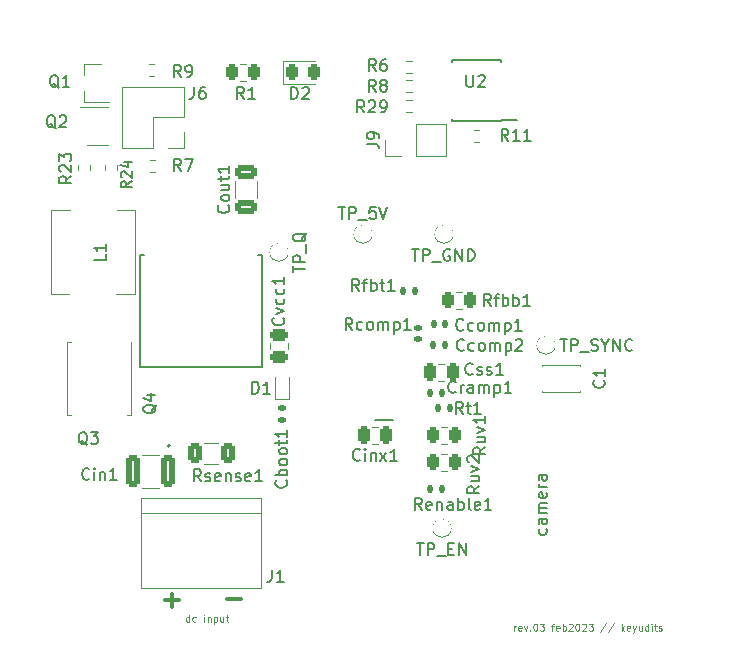
<source format=gto>
G04 #@! TF.GenerationSoftware,KiCad,Pcbnew,(6.0.9-0)*
G04 #@! TF.CreationDate,2023-02-01T16:38:20-05:00*
G04 #@! TF.ProjectId,LM5116-05,4c4d3531-3136-42d3-9035-2e6b69636164,rev?*
G04 #@! TF.SameCoordinates,Original*
G04 #@! TF.FileFunction,Legend,Top*
G04 #@! TF.FilePolarity,Positive*
%FSLAX46Y46*%
G04 Gerber Fmt 4.6, Leading zero omitted, Abs format (unit mm)*
G04 Created by KiCad (PCBNEW (6.0.9-0)) date 2023-02-01 16:38:20*
%MOMM*%
%LPD*%
G01*
G04 APERTURE LIST*
G04 Aperture macros list*
%AMRoundRect*
0 Rectangle with rounded corners*
0 $1 Rounding radius*
0 $2 $3 $4 $5 $6 $7 $8 $9 X,Y pos of 4 corners*
0 Add a 4 corners polygon primitive as box body*
4,1,4,$2,$3,$4,$5,$6,$7,$8,$9,$2,$3,0*
0 Add four circle primitives for the rounded corners*
1,1,$1+$1,$2,$3*
1,1,$1+$1,$4,$5*
1,1,$1+$1,$6,$7*
1,1,$1+$1,$8,$9*
0 Add four rect primitives between the rounded corners*
20,1,$1+$1,$2,$3,$4,$5,0*
20,1,$1+$1,$4,$5,$6,$7,0*
20,1,$1+$1,$6,$7,$8,$9,0*
20,1,$1+$1,$8,$9,$2,$3,0*%
%AMFreePoly0*
4,1,17,2.675000,1.605000,1.875000,1.605000,1.875000,0.935000,2.675000,0.935000,2.675000,0.335000,1.875000,0.335000,1.875000,-0.335000,2.675000,-0.335000,2.675000,-0.935000,1.875000,-0.935000,1.875000,-1.605000,2.675000,-1.605000,2.675000,-2.205000,-1.875000,-2.205000,-1.875000,2.205000,2.675000,2.205000,2.675000,1.605000,2.675000,1.605000,$1*%
G04 Aperture macros list end*
%ADD10C,0.090000*%
%ADD11C,0.300000*%
%ADD12C,0.150000*%
%ADD13C,0.130000*%
%ADD14C,0.254000*%
%ADD15C,0.120000*%
%ADD16C,0.200000*%
%ADD17C,0.127000*%
%ADD18C,3.000000*%
%ADD19R,0.845000X1.000000*%
%ADD20R,1.000000X0.845000*%
%ADD21R,1.060000X0.650000*%
%ADD22R,0.900000X0.800000*%
%ADD23R,1.550000X0.600000*%
%ADD24O,1.700000X1.700000*%
%ADD25R,1.700000X1.700000*%
%ADD26RoundRect,0.250000X-0.325000X-1.100000X0.325000X-1.100000X0.325000X1.100000X-0.325000X1.100000X0*%
%ADD27RoundRect,0.250000X0.475000X-0.250000X0.475000X0.250000X-0.475000X0.250000X-0.475000X-0.250000X0*%
%ADD28R,0.700000X0.600000*%
%ADD29RoundRect,0.243750X-0.243750X-0.456250X0.243750X-0.456250X0.243750X0.456250X-0.243750X0.456250X0*%
%ADD30R,3.000000X3.000000*%
%ADD31RoundRect,0.250000X-0.262500X-0.450000X0.262500X-0.450000X0.262500X0.450000X-0.262500X0.450000X0*%
%ADD32RoundRect,0.250000X0.375000X0.625000X-0.375000X0.625000X-0.375000X-0.625000X0.375000X-0.625000X0*%
%ADD33RoundRect,0.250000X0.250000X0.475000X-0.250000X0.475000X-0.250000X-0.475000X0.250000X-0.475000X0*%
%ADD34RoundRect,0.147500X-0.172500X0.147500X-0.172500X-0.147500X0.172500X-0.147500X0.172500X0.147500X0*%
%ADD35R,1.450000X0.450000*%
%ADD36R,3.150000X4.350000*%
%ADD37R,4.000000X2.000000*%
%ADD38RoundRect,0.147500X-0.147500X-0.172500X0.147500X-0.172500X0.147500X0.172500X-0.147500X0.172500X0*%
%ADD39RoundRect,0.250000X0.650000X-0.325000X0.650000X0.325000X-0.650000X0.325000X-0.650000X-0.325000X0*%
%ADD40RoundRect,0.147500X0.147500X0.172500X-0.147500X0.172500X-0.147500X-0.172500X0.147500X-0.172500X0*%
%ADD41RoundRect,0.250000X-0.250000X-0.475000X0.250000X-0.475000X0.250000X0.475000X-0.250000X0.475000X0*%
%ADD42RoundRect,0.147500X0.172500X-0.147500X0.172500X0.147500X-0.172500X0.147500X-0.172500X-0.147500X0*%
%ADD43O,2.500000X17.500000*%
%ADD44FreePoly0,270.000000*%
%ADD45R,0.500000X0.850000*%
%ADD46R,0.970000X4.070000*%
%ADD47R,8.770000X8.920000*%
%ADD48C,1.524000*%
%ADD49C,1.600000*%
G04 APERTURE END LIST*
D10*
X123311428Y-115841428D02*
X123311428Y-115441428D01*
X123311428Y-115555714D02*
X123340000Y-115498571D01*
X123368571Y-115470000D01*
X123425714Y-115441428D01*
X123482857Y-115441428D01*
X123911428Y-115812857D02*
X123854285Y-115841428D01*
X123740000Y-115841428D01*
X123682857Y-115812857D01*
X123654285Y-115755714D01*
X123654285Y-115527142D01*
X123682857Y-115470000D01*
X123740000Y-115441428D01*
X123854285Y-115441428D01*
X123911428Y-115470000D01*
X123940000Y-115527142D01*
X123940000Y-115584285D01*
X123654285Y-115641428D01*
X124140000Y-115441428D02*
X124282857Y-115841428D01*
X124425714Y-115441428D01*
X124654285Y-115784285D02*
X124682857Y-115812857D01*
X124654285Y-115841428D01*
X124625714Y-115812857D01*
X124654285Y-115784285D01*
X124654285Y-115841428D01*
X125054285Y-115241428D02*
X125111428Y-115241428D01*
X125168571Y-115270000D01*
X125197142Y-115298571D01*
X125225714Y-115355714D01*
X125254285Y-115470000D01*
X125254285Y-115612857D01*
X125225714Y-115727142D01*
X125197142Y-115784285D01*
X125168571Y-115812857D01*
X125111428Y-115841428D01*
X125054285Y-115841428D01*
X124997142Y-115812857D01*
X124968571Y-115784285D01*
X124940000Y-115727142D01*
X124911428Y-115612857D01*
X124911428Y-115470000D01*
X124940000Y-115355714D01*
X124968571Y-115298571D01*
X124997142Y-115270000D01*
X125054285Y-115241428D01*
X125454285Y-115241428D02*
X125825714Y-115241428D01*
X125625714Y-115470000D01*
X125711428Y-115470000D01*
X125768571Y-115498571D01*
X125797142Y-115527142D01*
X125825714Y-115584285D01*
X125825714Y-115727142D01*
X125797142Y-115784285D01*
X125768571Y-115812857D01*
X125711428Y-115841428D01*
X125540000Y-115841428D01*
X125482857Y-115812857D01*
X125454285Y-115784285D01*
X126454285Y-115441428D02*
X126682857Y-115441428D01*
X126540000Y-115841428D02*
X126540000Y-115327142D01*
X126568571Y-115270000D01*
X126625714Y-115241428D01*
X126682857Y-115241428D01*
X127111428Y-115812857D02*
X127054285Y-115841428D01*
X126940000Y-115841428D01*
X126882857Y-115812857D01*
X126854285Y-115755714D01*
X126854285Y-115527142D01*
X126882857Y-115470000D01*
X126940000Y-115441428D01*
X127054285Y-115441428D01*
X127111428Y-115470000D01*
X127140000Y-115527142D01*
X127140000Y-115584285D01*
X126854285Y-115641428D01*
X127397142Y-115841428D02*
X127397142Y-115241428D01*
X127397142Y-115470000D02*
X127454285Y-115441428D01*
X127568571Y-115441428D01*
X127625714Y-115470000D01*
X127654285Y-115498571D01*
X127682857Y-115555714D01*
X127682857Y-115727142D01*
X127654285Y-115784285D01*
X127625714Y-115812857D01*
X127568571Y-115841428D01*
X127454285Y-115841428D01*
X127397142Y-115812857D01*
X127911428Y-115298571D02*
X127940000Y-115270000D01*
X127997142Y-115241428D01*
X128140000Y-115241428D01*
X128197142Y-115270000D01*
X128225714Y-115298571D01*
X128254285Y-115355714D01*
X128254285Y-115412857D01*
X128225714Y-115498571D01*
X127882857Y-115841428D01*
X128254285Y-115841428D01*
X128625714Y-115241428D02*
X128682857Y-115241428D01*
X128740000Y-115270000D01*
X128768571Y-115298571D01*
X128797142Y-115355714D01*
X128825714Y-115470000D01*
X128825714Y-115612857D01*
X128797142Y-115727142D01*
X128768571Y-115784285D01*
X128740000Y-115812857D01*
X128682857Y-115841428D01*
X128625714Y-115841428D01*
X128568571Y-115812857D01*
X128540000Y-115784285D01*
X128511428Y-115727142D01*
X128482857Y-115612857D01*
X128482857Y-115470000D01*
X128511428Y-115355714D01*
X128540000Y-115298571D01*
X128568571Y-115270000D01*
X128625714Y-115241428D01*
X129054285Y-115298571D02*
X129082857Y-115270000D01*
X129140000Y-115241428D01*
X129282857Y-115241428D01*
X129340000Y-115270000D01*
X129368571Y-115298571D01*
X129397142Y-115355714D01*
X129397142Y-115412857D01*
X129368571Y-115498571D01*
X129025714Y-115841428D01*
X129397142Y-115841428D01*
X129597142Y-115241428D02*
X129968571Y-115241428D01*
X129768571Y-115470000D01*
X129854285Y-115470000D01*
X129911428Y-115498571D01*
X129940000Y-115527142D01*
X129968571Y-115584285D01*
X129968571Y-115727142D01*
X129940000Y-115784285D01*
X129911428Y-115812857D01*
X129854285Y-115841428D01*
X129682857Y-115841428D01*
X129625714Y-115812857D01*
X129597142Y-115784285D01*
X131111428Y-115212857D02*
X130597142Y-115984285D01*
X131740000Y-115212857D02*
X131225714Y-115984285D01*
X132397142Y-115841428D02*
X132397142Y-115241428D01*
X132454285Y-115612857D02*
X132625714Y-115841428D01*
X132625714Y-115441428D02*
X132397142Y-115670000D01*
X133111428Y-115812857D02*
X133054285Y-115841428D01*
X132940000Y-115841428D01*
X132882857Y-115812857D01*
X132854285Y-115755714D01*
X132854285Y-115527142D01*
X132882857Y-115470000D01*
X132940000Y-115441428D01*
X133054285Y-115441428D01*
X133111428Y-115470000D01*
X133140000Y-115527142D01*
X133140000Y-115584285D01*
X132854285Y-115641428D01*
X133340000Y-115441428D02*
X133482857Y-115841428D01*
X133625714Y-115441428D02*
X133482857Y-115841428D01*
X133425714Y-115984285D01*
X133397142Y-116012857D01*
X133340000Y-116041428D01*
X134111428Y-115441428D02*
X134111428Y-115841428D01*
X133854285Y-115441428D02*
X133854285Y-115755714D01*
X133882857Y-115812857D01*
X133940000Y-115841428D01*
X134025714Y-115841428D01*
X134082857Y-115812857D01*
X134111428Y-115784285D01*
X134654285Y-115841428D02*
X134654285Y-115241428D01*
X134654285Y-115812857D02*
X134597142Y-115841428D01*
X134482857Y-115841428D01*
X134425714Y-115812857D01*
X134397142Y-115784285D01*
X134368571Y-115727142D01*
X134368571Y-115555714D01*
X134397142Y-115498571D01*
X134425714Y-115470000D01*
X134482857Y-115441428D01*
X134597142Y-115441428D01*
X134654285Y-115470000D01*
X134940000Y-115841428D02*
X134940000Y-115441428D01*
X134940000Y-115241428D02*
X134911428Y-115270000D01*
X134940000Y-115298571D01*
X134968571Y-115270000D01*
X134940000Y-115241428D01*
X134940000Y-115298571D01*
X135140000Y-115441428D02*
X135368571Y-115441428D01*
X135225714Y-115241428D02*
X135225714Y-115755714D01*
X135254285Y-115812857D01*
X135311428Y-115841428D01*
X135368571Y-115841428D01*
X135540000Y-115812857D02*
X135597142Y-115841428D01*
X135711428Y-115841428D01*
X135768571Y-115812857D01*
X135797142Y-115755714D01*
X135797142Y-115727142D01*
X135768571Y-115670000D01*
X135711428Y-115641428D01*
X135625714Y-115641428D01*
X135568571Y-115612857D01*
X135540000Y-115555714D01*
X135540000Y-115527142D01*
X135568571Y-115470000D01*
X135625714Y-115441428D01*
X135711428Y-115441428D01*
X135768571Y-115470000D01*
D11*
X94341142Y-113855428D02*
X94341142Y-112712571D01*
X94912571Y-113284000D02*
X93769714Y-113284000D01*
D10*
X95796285Y-115079428D02*
X95796285Y-114479428D01*
X95796285Y-115050857D02*
X95739142Y-115079428D01*
X95624857Y-115079428D01*
X95567714Y-115050857D01*
X95539142Y-115022285D01*
X95510571Y-114965142D01*
X95510571Y-114793714D01*
X95539142Y-114736571D01*
X95567714Y-114708000D01*
X95624857Y-114679428D01*
X95739142Y-114679428D01*
X95796285Y-114708000D01*
X96339142Y-115050857D02*
X96282000Y-115079428D01*
X96167714Y-115079428D01*
X96110571Y-115050857D01*
X96082000Y-115022285D01*
X96053428Y-114965142D01*
X96053428Y-114793714D01*
X96082000Y-114736571D01*
X96110571Y-114708000D01*
X96167714Y-114679428D01*
X96282000Y-114679428D01*
X96339142Y-114708000D01*
X97053428Y-115079428D02*
X97053428Y-114679428D01*
X97053428Y-114479428D02*
X97024857Y-114508000D01*
X97053428Y-114536571D01*
X97082000Y-114508000D01*
X97053428Y-114479428D01*
X97053428Y-114536571D01*
X97339142Y-114679428D02*
X97339142Y-115079428D01*
X97339142Y-114736571D02*
X97367714Y-114708000D01*
X97424857Y-114679428D01*
X97510571Y-114679428D01*
X97567714Y-114708000D01*
X97596285Y-114765142D01*
X97596285Y-115079428D01*
X97882000Y-114679428D02*
X97882000Y-115279428D01*
X97882000Y-114708000D02*
X97939142Y-114679428D01*
X98053428Y-114679428D01*
X98110571Y-114708000D01*
X98139142Y-114736571D01*
X98167714Y-114793714D01*
X98167714Y-114965142D01*
X98139142Y-115022285D01*
X98110571Y-115050857D01*
X98053428Y-115079428D01*
X97939142Y-115079428D01*
X97882000Y-115050857D01*
X98682000Y-114679428D02*
X98682000Y-115079428D01*
X98424857Y-114679428D02*
X98424857Y-114993714D01*
X98453428Y-115050857D01*
X98510571Y-115079428D01*
X98596285Y-115079428D01*
X98653428Y-115050857D01*
X98682000Y-115022285D01*
X98882000Y-114679428D02*
X99110571Y-114679428D01*
X98967714Y-114479428D02*
X98967714Y-114993714D01*
X98996285Y-115050857D01*
X99053428Y-115079428D01*
X99110571Y-115079428D01*
D11*
X100139428Y-113176857D02*
X98996571Y-113176857D01*
D12*
X81338095Y-64852380D02*
X81338095Y-63852380D01*
X81338095Y-64328571D02*
X81909523Y-64328571D01*
X81909523Y-64852380D02*
X81909523Y-63852380D01*
X82909523Y-64852380D02*
X82338095Y-64852380D01*
X82623809Y-64852380D02*
X82623809Y-63852380D01*
X82528571Y-63995238D01*
X82433333Y-64090476D01*
X82338095Y-64138095D01*
X139338095Y-64872380D02*
X139338095Y-63872380D01*
X139338095Y-64348571D02*
X139909523Y-64348571D01*
X139909523Y-64872380D02*
X139909523Y-63872380D01*
X140338095Y-63967619D02*
X140385714Y-63920000D01*
X140480952Y-63872380D01*
X140719047Y-63872380D01*
X140814285Y-63920000D01*
X140861904Y-63967619D01*
X140909523Y-64062857D01*
X140909523Y-64158095D01*
X140861904Y-64300952D01*
X140290476Y-64872380D01*
X140909523Y-64872380D01*
X81338095Y-113862380D02*
X81338095Y-112862380D01*
X81338095Y-113338571D02*
X81909523Y-113338571D01*
X81909523Y-113862380D02*
X81909523Y-112862380D01*
X82290476Y-112862380D02*
X82909523Y-112862380D01*
X82576190Y-113243333D01*
X82719047Y-113243333D01*
X82814285Y-113290952D01*
X82861904Y-113338571D01*
X82909523Y-113433809D01*
X82909523Y-113671904D01*
X82861904Y-113767142D01*
X82814285Y-113814761D01*
X82719047Y-113862380D01*
X82433333Y-113862380D01*
X82338095Y-113814761D01*
X82290476Y-113767142D01*
X139328095Y-113852380D02*
X139328095Y-112852380D01*
X139328095Y-113328571D02*
X139899523Y-113328571D01*
X139899523Y-113852380D02*
X139899523Y-112852380D01*
X140804285Y-113185714D02*
X140804285Y-113852380D01*
X140566190Y-112804761D02*
X140328095Y-113519047D01*
X140947142Y-113519047D01*
X95083333Y-68952380D02*
X94750000Y-68476190D01*
X94511904Y-68952380D02*
X94511904Y-67952380D01*
X94892857Y-67952380D01*
X94988095Y-68000000D01*
X95035714Y-68047619D01*
X95083333Y-68142857D01*
X95083333Y-68285714D01*
X95035714Y-68380952D01*
X94988095Y-68428571D01*
X94892857Y-68476190D01*
X94511904Y-68476190D01*
X95559523Y-68952380D02*
X95750000Y-68952380D01*
X95845238Y-68904761D01*
X95892857Y-68857142D01*
X95988095Y-68714285D01*
X96035714Y-68523809D01*
X96035714Y-68142857D01*
X95988095Y-68047619D01*
X95940476Y-68000000D01*
X95845238Y-67952380D01*
X95654761Y-67952380D01*
X95559523Y-68000000D01*
X95511904Y-68047619D01*
X95464285Y-68142857D01*
X95464285Y-68380952D01*
X95511904Y-68476190D01*
X95559523Y-68523809D01*
X95654761Y-68571428D01*
X95845238Y-68571428D01*
X95940476Y-68523809D01*
X95988095Y-68476190D01*
X96035714Y-68380952D01*
X95083333Y-76906380D02*
X94750000Y-76430190D01*
X94511904Y-76906380D02*
X94511904Y-75906380D01*
X94892857Y-75906380D01*
X94988095Y-75954000D01*
X95035714Y-76001619D01*
X95083333Y-76096857D01*
X95083333Y-76239714D01*
X95035714Y-76334952D01*
X94988095Y-76382571D01*
X94892857Y-76430190D01*
X94511904Y-76430190D01*
X95416666Y-75906380D02*
X96083333Y-75906380D01*
X95654761Y-76906380D01*
X122801142Y-74366380D02*
X122467809Y-73890190D01*
X122229714Y-74366380D02*
X122229714Y-73366380D01*
X122610666Y-73366380D01*
X122705904Y-73414000D01*
X122753523Y-73461619D01*
X122801142Y-73556857D01*
X122801142Y-73699714D01*
X122753523Y-73794952D01*
X122705904Y-73842571D01*
X122610666Y-73890190D01*
X122229714Y-73890190D01*
X123753523Y-74366380D02*
X123182095Y-74366380D01*
X123467809Y-74366380D02*
X123467809Y-73366380D01*
X123372571Y-73509238D01*
X123277333Y-73604476D01*
X123182095Y-73652095D01*
X124705904Y-74366380D02*
X124134476Y-74366380D01*
X124420190Y-74366380D02*
X124420190Y-73366380D01*
X124324952Y-73509238D01*
X124229714Y-73604476D01*
X124134476Y-73652095D01*
X85796380Y-77350857D02*
X85320190Y-77684190D01*
X85796380Y-77922285D02*
X84796380Y-77922285D01*
X84796380Y-77541333D01*
X84844000Y-77446095D01*
X84891619Y-77398476D01*
X84986857Y-77350857D01*
X85129714Y-77350857D01*
X85224952Y-77398476D01*
X85272571Y-77446095D01*
X85320190Y-77541333D01*
X85320190Y-77922285D01*
X84891619Y-76969904D02*
X84844000Y-76922285D01*
X84796380Y-76827047D01*
X84796380Y-76588952D01*
X84844000Y-76493714D01*
X84891619Y-76446095D01*
X84986857Y-76398476D01*
X85082095Y-76398476D01*
X85224952Y-76446095D01*
X85796380Y-77017523D01*
X85796380Y-76398476D01*
X84796380Y-76065142D02*
X84796380Y-75446095D01*
X85177333Y-75779428D01*
X85177333Y-75636571D01*
X85224952Y-75541333D01*
X85272571Y-75493714D01*
X85367809Y-75446095D01*
X85605904Y-75446095D01*
X85701142Y-75493714D01*
X85748761Y-75541333D01*
X85796380Y-75636571D01*
X85796380Y-75922285D01*
X85748761Y-76017523D01*
X85701142Y-76065142D01*
D13*
X90907142Y-77794571D02*
X90478571Y-78094571D01*
X90907142Y-78308857D02*
X90007142Y-78308857D01*
X90007142Y-77966000D01*
X90050000Y-77880285D01*
X90092857Y-77837428D01*
X90178571Y-77794571D01*
X90307142Y-77794571D01*
X90392857Y-77837428D01*
X90435714Y-77880285D01*
X90478571Y-77966000D01*
X90478571Y-78308857D01*
X90092857Y-77451714D02*
X90050000Y-77408857D01*
X90007142Y-77323142D01*
X90007142Y-77108857D01*
X90050000Y-77023142D01*
X90092857Y-76980285D01*
X90178571Y-76937428D01*
X90264285Y-76937428D01*
X90392857Y-76980285D01*
X90907142Y-77494571D01*
X90907142Y-76937428D01*
X90307142Y-76166000D02*
X90907142Y-76166000D01*
X89964285Y-76380285D02*
X90607142Y-76594571D01*
X90607142Y-76037428D01*
D12*
X110607142Y-71952380D02*
X110273809Y-71476190D01*
X110035714Y-71952380D02*
X110035714Y-70952380D01*
X110416666Y-70952380D01*
X110511904Y-71000000D01*
X110559523Y-71047619D01*
X110607142Y-71142857D01*
X110607142Y-71285714D01*
X110559523Y-71380952D01*
X110511904Y-71428571D01*
X110416666Y-71476190D01*
X110035714Y-71476190D01*
X110988095Y-71047619D02*
X111035714Y-71000000D01*
X111130952Y-70952380D01*
X111369047Y-70952380D01*
X111464285Y-71000000D01*
X111511904Y-71047619D01*
X111559523Y-71142857D01*
X111559523Y-71238095D01*
X111511904Y-71380952D01*
X110940476Y-71952380D01*
X111559523Y-71952380D01*
X112035714Y-71952380D02*
X112226190Y-71952380D01*
X112321428Y-71904761D01*
X112369047Y-71857142D01*
X112464285Y-71714285D01*
X112511904Y-71523809D01*
X112511904Y-71142857D01*
X112464285Y-71047619D01*
X112416666Y-71000000D01*
X112321428Y-70952380D01*
X112130952Y-70952380D01*
X112035714Y-71000000D01*
X111988095Y-71047619D01*
X111940476Y-71142857D01*
X111940476Y-71380952D01*
X111988095Y-71476190D01*
X112035714Y-71523809D01*
X112130952Y-71571428D01*
X112321428Y-71571428D01*
X112416666Y-71523809D01*
X112464285Y-71476190D01*
X112511904Y-71380952D01*
X111583333Y-70202380D02*
X111250000Y-69726190D01*
X111011904Y-70202380D02*
X111011904Y-69202380D01*
X111392857Y-69202380D01*
X111488095Y-69250000D01*
X111535714Y-69297619D01*
X111583333Y-69392857D01*
X111583333Y-69535714D01*
X111535714Y-69630952D01*
X111488095Y-69678571D01*
X111392857Y-69726190D01*
X111011904Y-69726190D01*
X112154761Y-69630952D02*
X112059523Y-69583333D01*
X112011904Y-69535714D01*
X111964285Y-69440476D01*
X111964285Y-69392857D01*
X112011904Y-69297619D01*
X112059523Y-69250000D01*
X112154761Y-69202380D01*
X112345238Y-69202380D01*
X112440476Y-69250000D01*
X112488095Y-69297619D01*
X112535714Y-69392857D01*
X112535714Y-69440476D01*
X112488095Y-69535714D01*
X112440476Y-69583333D01*
X112345238Y-69630952D01*
X112154761Y-69630952D01*
X112059523Y-69678571D01*
X112011904Y-69726190D01*
X111964285Y-69821428D01*
X111964285Y-70011904D01*
X112011904Y-70107142D01*
X112059523Y-70154761D01*
X112154761Y-70202380D01*
X112345238Y-70202380D01*
X112440476Y-70154761D01*
X112488095Y-70107142D01*
X112535714Y-70011904D01*
X112535714Y-69821428D01*
X112488095Y-69726190D01*
X112440476Y-69678571D01*
X112345238Y-69630952D01*
X84486761Y-73318619D02*
X84391523Y-73271000D01*
X84296285Y-73175761D01*
X84153428Y-73032904D01*
X84058190Y-72985285D01*
X83962952Y-72985285D01*
X84010571Y-73223380D02*
X83915333Y-73175761D01*
X83820095Y-73080523D01*
X83772476Y-72890047D01*
X83772476Y-72556714D01*
X83820095Y-72366238D01*
X83915333Y-72271000D01*
X84010571Y-72223380D01*
X84201047Y-72223380D01*
X84296285Y-72271000D01*
X84391523Y-72366238D01*
X84439142Y-72556714D01*
X84439142Y-72890047D01*
X84391523Y-73080523D01*
X84296285Y-73175761D01*
X84201047Y-73223380D01*
X84010571Y-73223380D01*
X84820095Y-72318619D02*
X84867714Y-72271000D01*
X84962952Y-72223380D01*
X85201047Y-72223380D01*
X85296285Y-72271000D01*
X85343904Y-72318619D01*
X85391523Y-72413857D01*
X85391523Y-72509095D01*
X85343904Y-72651952D01*
X84772476Y-73223380D01*
X85391523Y-73223380D01*
X84740761Y-69889619D02*
X84645523Y-69842000D01*
X84550285Y-69746761D01*
X84407428Y-69603904D01*
X84312190Y-69556285D01*
X84216952Y-69556285D01*
X84264571Y-69794380D02*
X84169333Y-69746761D01*
X84074095Y-69651523D01*
X84026476Y-69461047D01*
X84026476Y-69127714D01*
X84074095Y-68937238D01*
X84169333Y-68842000D01*
X84264571Y-68794380D01*
X84455047Y-68794380D01*
X84550285Y-68842000D01*
X84645523Y-68937238D01*
X84693142Y-69127714D01*
X84693142Y-69461047D01*
X84645523Y-69651523D01*
X84550285Y-69746761D01*
X84455047Y-69794380D01*
X84264571Y-69794380D01*
X85645523Y-69794380D02*
X85074095Y-69794380D01*
X85359809Y-69794380D02*
X85359809Y-68794380D01*
X85264571Y-68937238D01*
X85169333Y-69032476D01*
X85074095Y-69080095D01*
X119253095Y-68794380D02*
X119253095Y-69603904D01*
X119300714Y-69699142D01*
X119348333Y-69746761D01*
X119443571Y-69794380D01*
X119634047Y-69794380D01*
X119729285Y-69746761D01*
X119776904Y-69699142D01*
X119824523Y-69603904D01*
X119824523Y-68794380D01*
X120253095Y-68889619D02*
X120300714Y-68842000D01*
X120395952Y-68794380D01*
X120634047Y-68794380D01*
X120729285Y-68842000D01*
X120776904Y-68889619D01*
X120824523Y-68984857D01*
X120824523Y-69080095D01*
X120776904Y-69222952D01*
X120205476Y-69794380D01*
X120824523Y-69794380D01*
X96186666Y-69810380D02*
X96186666Y-70524666D01*
X96139047Y-70667523D01*
X96043809Y-70762761D01*
X95900952Y-70810380D01*
X95805714Y-70810380D01*
X97091428Y-69810380D02*
X96900952Y-69810380D01*
X96805714Y-69858000D01*
X96758095Y-69905619D01*
X96662857Y-70048476D01*
X96615238Y-70238952D01*
X96615238Y-70619904D01*
X96662857Y-70715142D01*
X96710476Y-70762761D01*
X96805714Y-70810380D01*
X96996190Y-70810380D01*
X97091428Y-70762761D01*
X97139047Y-70715142D01*
X97186666Y-70619904D01*
X97186666Y-70381809D01*
X97139047Y-70286571D01*
X97091428Y-70238952D01*
X96996190Y-70191333D01*
X96805714Y-70191333D01*
X96710476Y-70238952D01*
X96662857Y-70286571D01*
X96615238Y-70381809D01*
X111583333Y-68452380D02*
X111250000Y-67976190D01*
X111011904Y-68452380D02*
X111011904Y-67452380D01*
X111392857Y-67452380D01*
X111488095Y-67500000D01*
X111535714Y-67547619D01*
X111583333Y-67642857D01*
X111583333Y-67785714D01*
X111535714Y-67880952D01*
X111488095Y-67928571D01*
X111392857Y-67976190D01*
X111011904Y-67976190D01*
X112440476Y-67452380D02*
X112250000Y-67452380D01*
X112154761Y-67500000D01*
X112107142Y-67547619D01*
X112011904Y-67690476D01*
X111964285Y-67880952D01*
X111964285Y-68261904D01*
X112011904Y-68357142D01*
X112059523Y-68404761D01*
X112154761Y-68452380D01*
X112345238Y-68452380D01*
X112440476Y-68404761D01*
X112488095Y-68357142D01*
X112535714Y-68261904D01*
X112535714Y-68023809D01*
X112488095Y-67928571D01*
X112440476Y-67880952D01*
X112345238Y-67833333D01*
X112154761Y-67833333D01*
X112059523Y-67880952D01*
X112011904Y-67928571D01*
X111964285Y-68023809D01*
X87329857Y-102973142D02*
X87282238Y-103020761D01*
X87139380Y-103068380D01*
X87044142Y-103068380D01*
X86901285Y-103020761D01*
X86806047Y-102925523D01*
X86758428Y-102830285D01*
X86710809Y-102639809D01*
X86710809Y-102496952D01*
X86758428Y-102306476D01*
X86806047Y-102211238D01*
X86901285Y-102116000D01*
X87044142Y-102068380D01*
X87139380Y-102068380D01*
X87282238Y-102116000D01*
X87329857Y-102163619D01*
X87758428Y-103068380D02*
X87758428Y-102401714D01*
X87758428Y-102068380D02*
X87710809Y-102116000D01*
X87758428Y-102163619D01*
X87806047Y-102116000D01*
X87758428Y-102068380D01*
X87758428Y-102163619D01*
X88234619Y-102401714D02*
X88234619Y-103068380D01*
X88234619Y-102496952D02*
X88282238Y-102449333D01*
X88377476Y-102401714D01*
X88520333Y-102401714D01*
X88615571Y-102449333D01*
X88663190Y-102544571D01*
X88663190Y-103068380D01*
X89663190Y-103068380D02*
X89091761Y-103068380D01*
X89377476Y-103068380D02*
X89377476Y-102068380D01*
X89282238Y-102211238D01*
X89187000Y-102306476D01*
X89091761Y-102354095D01*
X103735142Y-89354761D02*
X103782761Y-89402380D01*
X103830380Y-89545238D01*
X103830380Y-89640476D01*
X103782761Y-89783333D01*
X103687523Y-89878571D01*
X103592285Y-89926190D01*
X103401809Y-89973809D01*
X103258952Y-89973809D01*
X103068476Y-89926190D01*
X102973238Y-89878571D01*
X102878000Y-89783333D01*
X102830380Y-89640476D01*
X102830380Y-89545238D01*
X102878000Y-89402380D01*
X102925619Y-89354761D01*
X103163714Y-89021428D02*
X103830380Y-88783333D01*
X103163714Y-88545238D01*
X103782761Y-87735714D02*
X103830380Y-87830952D01*
X103830380Y-88021428D01*
X103782761Y-88116666D01*
X103735142Y-88164285D01*
X103639904Y-88211904D01*
X103354190Y-88211904D01*
X103258952Y-88164285D01*
X103211333Y-88116666D01*
X103163714Y-88021428D01*
X103163714Y-87830952D01*
X103211333Y-87735714D01*
X103782761Y-86878571D02*
X103830380Y-86973809D01*
X103830380Y-87164285D01*
X103782761Y-87259523D01*
X103735142Y-87307142D01*
X103639904Y-87354761D01*
X103354190Y-87354761D01*
X103258952Y-87307142D01*
X103211333Y-87259523D01*
X103163714Y-87164285D01*
X103163714Y-86973809D01*
X103211333Y-86878571D01*
X103830380Y-85926190D02*
X103830380Y-86497619D01*
X103830380Y-86211904D02*
X102830380Y-86211904D01*
X102973238Y-86307142D01*
X103068476Y-86402380D01*
X103116095Y-86497619D01*
X101115904Y-95764380D02*
X101115904Y-94764380D01*
X101354000Y-94764380D01*
X101496857Y-94812000D01*
X101592095Y-94907238D01*
X101639714Y-95002476D01*
X101687333Y-95192952D01*
X101687333Y-95335809D01*
X101639714Y-95526285D01*
X101592095Y-95621523D01*
X101496857Y-95716761D01*
X101354000Y-95764380D01*
X101115904Y-95764380D01*
X102639714Y-95764380D02*
X102068285Y-95764380D01*
X102354000Y-95764380D02*
X102354000Y-94764380D01*
X102258761Y-94907238D01*
X102163523Y-95002476D01*
X102068285Y-95050095D01*
X104417904Y-70810380D02*
X104417904Y-69810380D01*
X104656000Y-69810380D01*
X104798857Y-69858000D01*
X104894095Y-69953238D01*
X104941714Y-70048476D01*
X104989333Y-70238952D01*
X104989333Y-70381809D01*
X104941714Y-70572285D01*
X104894095Y-70667523D01*
X104798857Y-70762761D01*
X104656000Y-70810380D01*
X104417904Y-70810380D01*
X105370285Y-69905619D02*
X105417904Y-69858000D01*
X105513142Y-69810380D01*
X105751238Y-69810380D01*
X105846476Y-69858000D01*
X105894095Y-69905619D01*
X105941714Y-70000857D01*
X105941714Y-70096095D01*
X105894095Y-70238952D01*
X105322666Y-70810380D01*
X105941714Y-70810380D01*
X102790666Y-110704380D02*
X102790666Y-111418666D01*
X102743047Y-111561523D01*
X102647809Y-111656761D01*
X102504952Y-111704380D01*
X102409714Y-111704380D01*
X103790666Y-111704380D02*
X103219238Y-111704380D01*
X103504952Y-111704380D02*
X103504952Y-110704380D01*
X103409714Y-110847238D01*
X103314476Y-110942476D01*
X103219238Y-110990095D01*
X100417333Y-70810380D02*
X100084000Y-70334190D01*
X99845904Y-70810380D02*
X99845904Y-69810380D01*
X100226857Y-69810380D01*
X100322095Y-69858000D01*
X100369714Y-69905619D01*
X100417333Y-70000857D01*
X100417333Y-70143714D01*
X100369714Y-70238952D01*
X100322095Y-70286571D01*
X100226857Y-70334190D01*
X99845904Y-70334190D01*
X101369714Y-70810380D02*
X100798285Y-70810380D01*
X101084000Y-70810380D02*
X101084000Y-69810380D01*
X100988761Y-69953238D01*
X100893523Y-70048476D01*
X100798285Y-70096095D01*
X96774285Y-103195380D02*
X96440952Y-102719190D01*
X96202857Y-103195380D02*
X96202857Y-102195380D01*
X96583809Y-102195380D01*
X96679047Y-102243000D01*
X96726666Y-102290619D01*
X96774285Y-102385857D01*
X96774285Y-102528714D01*
X96726666Y-102623952D01*
X96679047Y-102671571D01*
X96583809Y-102719190D01*
X96202857Y-102719190D01*
X97155238Y-103147761D02*
X97250476Y-103195380D01*
X97440952Y-103195380D01*
X97536190Y-103147761D01*
X97583809Y-103052523D01*
X97583809Y-103004904D01*
X97536190Y-102909666D01*
X97440952Y-102862047D01*
X97298095Y-102862047D01*
X97202857Y-102814428D01*
X97155238Y-102719190D01*
X97155238Y-102671571D01*
X97202857Y-102576333D01*
X97298095Y-102528714D01*
X97440952Y-102528714D01*
X97536190Y-102576333D01*
X98393333Y-103147761D02*
X98298095Y-103195380D01*
X98107619Y-103195380D01*
X98012380Y-103147761D01*
X97964761Y-103052523D01*
X97964761Y-102671571D01*
X98012380Y-102576333D01*
X98107619Y-102528714D01*
X98298095Y-102528714D01*
X98393333Y-102576333D01*
X98440952Y-102671571D01*
X98440952Y-102766809D01*
X97964761Y-102862047D01*
X98869523Y-102528714D02*
X98869523Y-103195380D01*
X98869523Y-102623952D02*
X98917142Y-102576333D01*
X99012380Y-102528714D01*
X99155238Y-102528714D01*
X99250476Y-102576333D01*
X99298095Y-102671571D01*
X99298095Y-103195380D01*
X99726666Y-103147761D02*
X99821904Y-103195380D01*
X100012380Y-103195380D01*
X100107619Y-103147761D01*
X100155238Y-103052523D01*
X100155238Y-103004904D01*
X100107619Y-102909666D01*
X100012380Y-102862047D01*
X99869523Y-102862047D01*
X99774285Y-102814428D01*
X99726666Y-102719190D01*
X99726666Y-102671571D01*
X99774285Y-102576333D01*
X99869523Y-102528714D01*
X100012380Y-102528714D01*
X100107619Y-102576333D01*
X100964761Y-103147761D02*
X100869523Y-103195380D01*
X100679047Y-103195380D01*
X100583809Y-103147761D01*
X100536190Y-103052523D01*
X100536190Y-102671571D01*
X100583809Y-102576333D01*
X100679047Y-102528714D01*
X100869523Y-102528714D01*
X100964761Y-102576333D01*
X101012380Y-102671571D01*
X101012380Y-102766809D01*
X100536190Y-102862047D01*
X101964761Y-103195380D02*
X101393333Y-103195380D01*
X101679047Y-103195380D02*
X101679047Y-102195380D01*
X101583809Y-102338238D01*
X101488571Y-102433476D01*
X101393333Y-102481095D01*
X120848380Y-100314000D02*
X120372190Y-100647333D01*
X120848380Y-100885428D02*
X119848380Y-100885428D01*
X119848380Y-100504476D01*
X119896000Y-100409238D01*
X119943619Y-100361619D01*
X120038857Y-100314000D01*
X120181714Y-100314000D01*
X120276952Y-100361619D01*
X120324571Y-100409238D01*
X120372190Y-100504476D01*
X120372190Y-100885428D01*
X120181714Y-99456857D02*
X120848380Y-99456857D01*
X120181714Y-99885428D02*
X120705523Y-99885428D01*
X120800761Y-99837809D01*
X120848380Y-99742571D01*
X120848380Y-99599714D01*
X120800761Y-99504476D01*
X120753142Y-99456857D01*
X120181714Y-99075904D02*
X120848380Y-98837809D01*
X120181714Y-98599714D01*
X120848380Y-97694952D02*
X120848380Y-98266380D01*
X120848380Y-97980666D02*
X119848380Y-97980666D01*
X119991238Y-98075904D01*
X120086476Y-98171142D01*
X120134095Y-98266380D01*
X120340380Y-103616000D02*
X119864190Y-103949333D01*
X120340380Y-104187428D02*
X119340380Y-104187428D01*
X119340380Y-103806476D01*
X119388000Y-103711238D01*
X119435619Y-103663619D01*
X119530857Y-103616000D01*
X119673714Y-103616000D01*
X119768952Y-103663619D01*
X119816571Y-103711238D01*
X119864190Y-103806476D01*
X119864190Y-104187428D01*
X119673714Y-102758857D02*
X120340380Y-102758857D01*
X119673714Y-103187428D02*
X120197523Y-103187428D01*
X120292761Y-103139809D01*
X120340380Y-103044571D01*
X120340380Y-102901714D01*
X120292761Y-102806476D01*
X120245142Y-102758857D01*
X119673714Y-102377904D02*
X120340380Y-102139809D01*
X119673714Y-101901714D01*
X119435619Y-101568380D02*
X119388000Y-101520761D01*
X119340380Y-101425523D01*
X119340380Y-101187428D01*
X119388000Y-101092190D01*
X119435619Y-101044571D01*
X119530857Y-100996952D01*
X119626095Y-100996952D01*
X119768952Y-101044571D01*
X120340380Y-101616000D01*
X120340380Y-100996952D01*
X110244095Y-101351142D02*
X110196476Y-101398761D01*
X110053619Y-101446380D01*
X109958380Y-101446380D01*
X109815523Y-101398761D01*
X109720285Y-101303523D01*
X109672666Y-101208285D01*
X109625047Y-101017809D01*
X109625047Y-100874952D01*
X109672666Y-100684476D01*
X109720285Y-100589238D01*
X109815523Y-100494000D01*
X109958380Y-100446380D01*
X110053619Y-100446380D01*
X110196476Y-100494000D01*
X110244095Y-100541619D01*
X110672666Y-101446380D02*
X110672666Y-100779714D01*
X110672666Y-100446380D02*
X110625047Y-100494000D01*
X110672666Y-100541619D01*
X110720285Y-100494000D01*
X110672666Y-100446380D01*
X110672666Y-100541619D01*
X111148857Y-100779714D02*
X111148857Y-101446380D01*
X111148857Y-100874952D02*
X111196476Y-100827333D01*
X111291714Y-100779714D01*
X111434571Y-100779714D01*
X111529809Y-100827333D01*
X111577428Y-100922571D01*
X111577428Y-101446380D01*
X111958380Y-101446380D02*
X112482190Y-100779714D01*
X111958380Y-100779714D02*
X112482190Y-101446380D01*
X113386952Y-101446380D02*
X112815523Y-101446380D01*
X113101238Y-101446380D02*
X113101238Y-100446380D01*
X113006000Y-100589238D01*
X112910761Y-100684476D01*
X112815523Y-100732095D01*
X103989142Y-103109523D02*
X104036761Y-103157142D01*
X104084380Y-103300000D01*
X104084380Y-103395238D01*
X104036761Y-103538095D01*
X103941523Y-103633333D01*
X103846285Y-103680952D01*
X103655809Y-103728571D01*
X103512952Y-103728571D01*
X103322476Y-103680952D01*
X103227238Y-103633333D01*
X103132000Y-103538095D01*
X103084380Y-103395238D01*
X103084380Y-103300000D01*
X103132000Y-103157142D01*
X103179619Y-103109523D01*
X104084380Y-102680952D02*
X103084380Y-102680952D01*
X103465333Y-102680952D02*
X103417714Y-102585714D01*
X103417714Y-102395238D01*
X103465333Y-102300000D01*
X103512952Y-102252380D01*
X103608190Y-102204761D01*
X103893904Y-102204761D01*
X103989142Y-102252380D01*
X104036761Y-102300000D01*
X104084380Y-102395238D01*
X104084380Y-102585714D01*
X104036761Y-102680952D01*
X104084380Y-101633333D02*
X104036761Y-101728571D01*
X103989142Y-101776190D01*
X103893904Y-101823809D01*
X103608190Y-101823809D01*
X103512952Y-101776190D01*
X103465333Y-101728571D01*
X103417714Y-101633333D01*
X103417714Y-101490476D01*
X103465333Y-101395238D01*
X103512952Y-101347619D01*
X103608190Y-101300000D01*
X103893904Y-101300000D01*
X103989142Y-101347619D01*
X104036761Y-101395238D01*
X104084380Y-101490476D01*
X104084380Y-101633333D01*
X104084380Y-100728571D02*
X104036761Y-100823809D01*
X103989142Y-100871428D01*
X103893904Y-100919047D01*
X103608190Y-100919047D01*
X103512952Y-100871428D01*
X103465333Y-100823809D01*
X103417714Y-100728571D01*
X103417714Y-100585714D01*
X103465333Y-100490476D01*
X103512952Y-100442857D01*
X103608190Y-100395238D01*
X103893904Y-100395238D01*
X103989142Y-100442857D01*
X104036761Y-100490476D01*
X104084380Y-100585714D01*
X104084380Y-100728571D01*
X103417714Y-100109523D02*
X103417714Y-99728571D01*
X103084380Y-99966666D02*
X103941523Y-99966666D01*
X104036761Y-99919047D01*
X104084380Y-99823809D01*
X104084380Y-99728571D01*
X104084380Y-98871428D02*
X104084380Y-99442857D01*
X104084380Y-99157142D02*
X103084380Y-99157142D01*
X103227238Y-99252380D01*
X103322476Y-99347619D01*
X103370095Y-99442857D01*
D14*
X108383380Y-93792523D02*
X108383380Y-94820619D01*
X108443857Y-94941571D01*
X108504333Y-95002047D01*
X108625285Y-95062523D01*
X108867190Y-95062523D01*
X108988142Y-95002047D01*
X109048619Y-94941571D01*
X109109095Y-94820619D01*
X109109095Y-93792523D01*
X110379095Y-95062523D02*
X109653380Y-95062523D01*
X110016238Y-95062523D02*
X110016238Y-93792523D01*
X109895285Y-93973952D01*
X109774333Y-94094904D01*
X109653380Y-94155380D01*
D12*
X88721380Y-83986666D02*
X88721380Y-84462857D01*
X87721380Y-84462857D01*
X88721380Y-83129523D02*
X88721380Y-83700952D01*
X88721380Y-83415238D02*
X87721380Y-83415238D01*
X87864238Y-83510476D01*
X87959476Y-83605714D01*
X88007095Y-83700952D01*
X121324857Y-88336380D02*
X120991523Y-87860190D01*
X120753428Y-88336380D02*
X120753428Y-87336380D01*
X121134380Y-87336380D01*
X121229619Y-87384000D01*
X121277238Y-87431619D01*
X121324857Y-87526857D01*
X121324857Y-87669714D01*
X121277238Y-87764952D01*
X121229619Y-87812571D01*
X121134380Y-87860190D01*
X120753428Y-87860190D01*
X121610571Y-87669714D02*
X121991523Y-87669714D01*
X121753428Y-88336380D02*
X121753428Y-87479238D01*
X121801047Y-87384000D01*
X121896285Y-87336380D01*
X121991523Y-87336380D01*
X122324857Y-88336380D02*
X122324857Y-87336380D01*
X122324857Y-87717333D02*
X122420095Y-87669714D01*
X122610571Y-87669714D01*
X122705809Y-87717333D01*
X122753428Y-87764952D01*
X122801047Y-87860190D01*
X122801047Y-88145904D01*
X122753428Y-88241142D01*
X122705809Y-88288761D01*
X122610571Y-88336380D01*
X122420095Y-88336380D01*
X122324857Y-88288761D01*
X123229619Y-88336380D02*
X123229619Y-87336380D01*
X123229619Y-87717333D02*
X123324857Y-87669714D01*
X123515333Y-87669714D01*
X123610571Y-87717333D01*
X123658190Y-87764952D01*
X123705809Y-87860190D01*
X123705809Y-88145904D01*
X123658190Y-88241142D01*
X123610571Y-88288761D01*
X123515333Y-88336380D01*
X123324857Y-88336380D01*
X123229619Y-88288761D01*
X124658190Y-88336380D02*
X124086761Y-88336380D01*
X124372476Y-88336380D02*
X124372476Y-87336380D01*
X124277238Y-87479238D01*
X124182000Y-87574476D01*
X124086761Y-87622095D01*
X110822380Y-74628333D02*
X111536666Y-74628333D01*
X111679523Y-74675952D01*
X111774761Y-74771190D01*
X111822380Y-74914047D01*
X111822380Y-75009285D01*
X111822380Y-74104523D02*
X111822380Y-73914047D01*
X111774761Y-73818809D01*
X111727142Y-73771190D01*
X111584285Y-73675952D01*
X111393809Y-73628333D01*
X111012857Y-73628333D01*
X110917619Y-73675952D01*
X110870000Y-73723571D01*
X110822380Y-73818809D01*
X110822380Y-74009285D01*
X110870000Y-74104523D01*
X110917619Y-74152142D01*
X111012857Y-74199761D01*
X111250952Y-74199761D01*
X111346190Y-74152142D01*
X111393809Y-74104523D01*
X111441428Y-74009285D01*
X111441428Y-73818809D01*
X111393809Y-73723571D01*
X111346190Y-73675952D01*
X111250952Y-73628333D01*
X118950619Y-97480380D02*
X118617285Y-97004190D01*
X118379190Y-97480380D02*
X118379190Y-96480380D01*
X118760142Y-96480380D01*
X118855380Y-96528000D01*
X118903000Y-96575619D01*
X118950619Y-96670857D01*
X118950619Y-96813714D01*
X118903000Y-96908952D01*
X118855380Y-96956571D01*
X118760142Y-97004190D01*
X118379190Y-97004190D01*
X119236333Y-96813714D02*
X119617285Y-96813714D01*
X119379190Y-96480380D02*
X119379190Y-97337523D01*
X119426809Y-97432761D01*
X119522047Y-97480380D01*
X119617285Y-97480380D01*
X120474428Y-97480380D02*
X119903000Y-97480380D01*
X120188714Y-97480380D02*
X120188714Y-96480380D01*
X120093476Y-96623238D01*
X119998238Y-96718476D01*
X119903000Y-96766095D01*
X99091142Y-79843142D02*
X99138761Y-79890761D01*
X99186380Y-80033619D01*
X99186380Y-80128857D01*
X99138761Y-80271714D01*
X99043523Y-80366952D01*
X98948285Y-80414571D01*
X98757809Y-80462190D01*
X98614952Y-80462190D01*
X98424476Y-80414571D01*
X98329238Y-80366952D01*
X98234000Y-80271714D01*
X98186380Y-80128857D01*
X98186380Y-80033619D01*
X98234000Y-79890761D01*
X98281619Y-79843142D01*
X99186380Y-79271714D02*
X99138761Y-79366952D01*
X99091142Y-79414571D01*
X98995904Y-79462190D01*
X98710190Y-79462190D01*
X98614952Y-79414571D01*
X98567333Y-79366952D01*
X98519714Y-79271714D01*
X98519714Y-79128857D01*
X98567333Y-79033619D01*
X98614952Y-78986000D01*
X98710190Y-78938380D01*
X98995904Y-78938380D01*
X99091142Y-78986000D01*
X99138761Y-79033619D01*
X99186380Y-79128857D01*
X99186380Y-79271714D01*
X98519714Y-78081238D02*
X99186380Y-78081238D01*
X98519714Y-78509809D02*
X99043523Y-78509809D01*
X99138761Y-78462190D01*
X99186380Y-78366952D01*
X99186380Y-78224095D01*
X99138761Y-78128857D01*
X99091142Y-78081238D01*
X98519714Y-77747904D02*
X98519714Y-77366952D01*
X98186380Y-77605047D02*
X99043523Y-77605047D01*
X99138761Y-77557428D01*
X99186380Y-77462190D01*
X99186380Y-77366952D01*
X99186380Y-76509809D02*
X99186380Y-77081238D01*
X99186380Y-76795523D02*
X98186380Y-76795523D01*
X98329238Y-76890761D01*
X98424476Y-76986000D01*
X98472095Y-77081238D01*
X119053333Y-92051142D02*
X119005714Y-92098761D01*
X118862857Y-92146380D01*
X118767619Y-92146380D01*
X118624761Y-92098761D01*
X118529523Y-92003523D01*
X118481904Y-91908285D01*
X118434285Y-91717809D01*
X118434285Y-91574952D01*
X118481904Y-91384476D01*
X118529523Y-91289238D01*
X118624761Y-91194000D01*
X118767619Y-91146380D01*
X118862857Y-91146380D01*
X119005714Y-91194000D01*
X119053333Y-91241619D01*
X119910476Y-92098761D02*
X119815238Y-92146380D01*
X119624761Y-92146380D01*
X119529523Y-92098761D01*
X119481904Y-92051142D01*
X119434285Y-91955904D01*
X119434285Y-91670190D01*
X119481904Y-91574952D01*
X119529523Y-91527333D01*
X119624761Y-91479714D01*
X119815238Y-91479714D01*
X119910476Y-91527333D01*
X120481904Y-92146380D02*
X120386666Y-92098761D01*
X120339047Y-92051142D01*
X120291428Y-91955904D01*
X120291428Y-91670190D01*
X120339047Y-91574952D01*
X120386666Y-91527333D01*
X120481904Y-91479714D01*
X120624761Y-91479714D01*
X120720000Y-91527333D01*
X120767619Y-91574952D01*
X120815238Y-91670190D01*
X120815238Y-91955904D01*
X120767619Y-92051142D01*
X120720000Y-92098761D01*
X120624761Y-92146380D01*
X120481904Y-92146380D01*
X121243809Y-92146380D02*
X121243809Y-91479714D01*
X121243809Y-91574952D02*
X121291428Y-91527333D01*
X121386666Y-91479714D01*
X121529523Y-91479714D01*
X121624761Y-91527333D01*
X121672380Y-91622571D01*
X121672380Y-92146380D01*
X121672380Y-91622571D02*
X121720000Y-91527333D01*
X121815238Y-91479714D01*
X121958095Y-91479714D01*
X122053333Y-91527333D01*
X122100952Y-91622571D01*
X122100952Y-92146380D01*
X122577142Y-91479714D02*
X122577142Y-92479714D01*
X122577142Y-91527333D02*
X122672380Y-91479714D01*
X122862857Y-91479714D01*
X122958095Y-91527333D01*
X123005714Y-91574952D01*
X123053333Y-91670190D01*
X123053333Y-91955904D01*
X123005714Y-92051142D01*
X122958095Y-92098761D01*
X122862857Y-92146380D01*
X122672380Y-92146380D01*
X122577142Y-92098761D01*
X123434285Y-91241619D02*
X123481904Y-91194000D01*
X123577142Y-91146380D01*
X123815238Y-91146380D01*
X123910476Y-91194000D01*
X123958095Y-91241619D01*
X124005714Y-91336857D01*
X124005714Y-91432095D01*
X123958095Y-91574952D01*
X123386666Y-92146380D01*
X124005714Y-92146380D01*
X118991333Y-90336642D02*
X118943714Y-90384261D01*
X118800857Y-90431880D01*
X118705619Y-90431880D01*
X118562761Y-90384261D01*
X118467523Y-90289023D01*
X118419904Y-90193785D01*
X118372285Y-90003309D01*
X118372285Y-89860452D01*
X118419904Y-89669976D01*
X118467523Y-89574738D01*
X118562761Y-89479500D01*
X118705619Y-89431880D01*
X118800857Y-89431880D01*
X118943714Y-89479500D01*
X118991333Y-89527119D01*
X119848476Y-90384261D02*
X119753238Y-90431880D01*
X119562761Y-90431880D01*
X119467523Y-90384261D01*
X119419904Y-90336642D01*
X119372285Y-90241404D01*
X119372285Y-89955690D01*
X119419904Y-89860452D01*
X119467523Y-89812833D01*
X119562761Y-89765214D01*
X119753238Y-89765214D01*
X119848476Y-89812833D01*
X120419904Y-90431880D02*
X120324666Y-90384261D01*
X120277047Y-90336642D01*
X120229428Y-90241404D01*
X120229428Y-89955690D01*
X120277047Y-89860452D01*
X120324666Y-89812833D01*
X120419904Y-89765214D01*
X120562761Y-89765214D01*
X120658000Y-89812833D01*
X120705619Y-89860452D01*
X120753238Y-89955690D01*
X120753238Y-90241404D01*
X120705619Y-90336642D01*
X120658000Y-90384261D01*
X120562761Y-90431880D01*
X120419904Y-90431880D01*
X121181809Y-90431880D02*
X121181809Y-89765214D01*
X121181809Y-89860452D02*
X121229428Y-89812833D01*
X121324666Y-89765214D01*
X121467523Y-89765214D01*
X121562761Y-89812833D01*
X121610380Y-89908071D01*
X121610380Y-90431880D01*
X121610380Y-89908071D02*
X121658000Y-89812833D01*
X121753238Y-89765214D01*
X121896095Y-89765214D01*
X121991333Y-89812833D01*
X122038952Y-89908071D01*
X122038952Y-90431880D01*
X122515142Y-89765214D02*
X122515142Y-90765214D01*
X122515142Y-89812833D02*
X122610380Y-89765214D01*
X122800857Y-89765214D01*
X122896095Y-89812833D01*
X122943714Y-89860452D01*
X122991333Y-89955690D01*
X122991333Y-90241404D01*
X122943714Y-90336642D01*
X122896095Y-90384261D01*
X122800857Y-90431880D01*
X122610380Y-90431880D01*
X122515142Y-90384261D01*
X123943714Y-90431880D02*
X123372285Y-90431880D01*
X123658000Y-90431880D02*
X123658000Y-89431880D01*
X123562761Y-89574738D01*
X123467523Y-89669976D01*
X123372285Y-89717595D01*
X119781809Y-94083142D02*
X119734190Y-94130761D01*
X119591333Y-94178380D01*
X119496095Y-94178380D01*
X119353238Y-94130761D01*
X119258000Y-94035523D01*
X119210380Y-93940285D01*
X119162761Y-93749809D01*
X119162761Y-93606952D01*
X119210380Y-93416476D01*
X119258000Y-93321238D01*
X119353238Y-93226000D01*
X119496095Y-93178380D01*
X119591333Y-93178380D01*
X119734190Y-93226000D01*
X119781809Y-93273619D01*
X120162761Y-94130761D02*
X120258000Y-94178380D01*
X120448476Y-94178380D01*
X120543714Y-94130761D01*
X120591333Y-94035523D01*
X120591333Y-93987904D01*
X120543714Y-93892666D01*
X120448476Y-93845047D01*
X120305619Y-93845047D01*
X120210380Y-93797428D01*
X120162761Y-93702190D01*
X120162761Y-93654571D01*
X120210380Y-93559333D01*
X120305619Y-93511714D01*
X120448476Y-93511714D01*
X120543714Y-93559333D01*
X120972285Y-94130761D02*
X121067523Y-94178380D01*
X121258000Y-94178380D01*
X121353238Y-94130761D01*
X121400857Y-94035523D01*
X121400857Y-93987904D01*
X121353238Y-93892666D01*
X121258000Y-93845047D01*
X121115142Y-93845047D01*
X121019904Y-93797428D01*
X120972285Y-93702190D01*
X120972285Y-93654571D01*
X121019904Y-93559333D01*
X121115142Y-93511714D01*
X121258000Y-93511714D01*
X121353238Y-93559333D01*
X122353238Y-94178380D02*
X121781809Y-94178380D01*
X122067523Y-94178380D02*
X122067523Y-93178380D01*
X121972285Y-93321238D01*
X121877047Y-93416476D01*
X121781809Y-93464095D01*
X118348380Y-95607142D02*
X118300761Y-95654761D01*
X118157904Y-95702380D01*
X118062666Y-95702380D01*
X117919809Y-95654761D01*
X117824571Y-95559523D01*
X117776952Y-95464285D01*
X117729333Y-95273809D01*
X117729333Y-95130952D01*
X117776952Y-94940476D01*
X117824571Y-94845238D01*
X117919809Y-94750000D01*
X118062666Y-94702380D01*
X118157904Y-94702380D01*
X118300761Y-94750000D01*
X118348380Y-94797619D01*
X118776952Y-95702380D02*
X118776952Y-95035714D01*
X118776952Y-95226190D02*
X118824571Y-95130952D01*
X118872190Y-95083333D01*
X118967428Y-95035714D01*
X119062666Y-95035714D01*
X119824571Y-95702380D02*
X119824571Y-95178571D01*
X119776952Y-95083333D01*
X119681714Y-95035714D01*
X119491238Y-95035714D01*
X119396000Y-95083333D01*
X119824571Y-95654761D02*
X119729333Y-95702380D01*
X119491238Y-95702380D01*
X119396000Y-95654761D01*
X119348380Y-95559523D01*
X119348380Y-95464285D01*
X119396000Y-95369047D01*
X119491238Y-95321428D01*
X119729333Y-95321428D01*
X119824571Y-95273809D01*
X120300761Y-95702380D02*
X120300761Y-95035714D01*
X120300761Y-95130952D02*
X120348380Y-95083333D01*
X120443619Y-95035714D01*
X120586476Y-95035714D01*
X120681714Y-95083333D01*
X120729333Y-95178571D01*
X120729333Y-95702380D01*
X120729333Y-95178571D02*
X120776952Y-95083333D01*
X120872190Y-95035714D01*
X121015047Y-95035714D01*
X121110285Y-95083333D01*
X121157904Y-95178571D01*
X121157904Y-95702380D01*
X121634095Y-95035714D02*
X121634095Y-96035714D01*
X121634095Y-95083333D02*
X121729333Y-95035714D01*
X121919809Y-95035714D01*
X122015047Y-95083333D01*
X122062666Y-95130952D01*
X122110285Y-95226190D01*
X122110285Y-95511904D01*
X122062666Y-95607142D01*
X122015047Y-95654761D01*
X121919809Y-95702380D01*
X121729333Y-95702380D01*
X121634095Y-95654761D01*
X123062666Y-95702380D02*
X122491238Y-95702380D01*
X122776952Y-95702380D02*
X122776952Y-94702380D01*
X122681714Y-94845238D01*
X122586476Y-94940476D01*
X122491238Y-94988095D01*
X110169523Y-87066380D02*
X109836190Y-86590190D01*
X109598095Y-87066380D02*
X109598095Y-86066380D01*
X109979047Y-86066380D01*
X110074285Y-86114000D01*
X110121904Y-86161619D01*
X110169523Y-86256857D01*
X110169523Y-86399714D01*
X110121904Y-86494952D01*
X110074285Y-86542571D01*
X109979047Y-86590190D01*
X109598095Y-86590190D01*
X110455238Y-86399714D02*
X110836190Y-86399714D01*
X110598095Y-87066380D02*
X110598095Y-86209238D01*
X110645714Y-86114000D01*
X110740952Y-86066380D01*
X110836190Y-86066380D01*
X111169523Y-87066380D02*
X111169523Y-86066380D01*
X111169523Y-86447333D02*
X111264761Y-86399714D01*
X111455238Y-86399714D01*
X111550476Y-86447333D01*
X111598095Y-86494952D01*
X111645714Y-86590190D01*
X111645714Y-86875904D01*
X111598095Y-86971142D01*
X111550476Y-87018761D01*
X111455238Y-87066380D01*
X111264761Y-87066380D01*
X111169523Y-87018761D01*
X111931428Y-86399714D02*
X112312380Y-86399714D01*
X112074285Y-86066380D02*
X112074285Y-86923523D01*
X112121904Y-87018761D01*
X112217142Y-87066380D01*
X112312380Y-87066380D01*
X113169523Y-87066380D02*
X112598095Y-87066380D01*
X112883809Y-87066380D02*
X112883809Y-86066380D01*
X112788571Y-86209238D01*
X112693333Y-86304476D01*
X112598095Y-86352095D01*
X115467142Y-105608380D02*
X115133809Y-105132190D01*
X114895714Y-105608380D02*
X114895714Y-104608380D01*
X115276666Y-104608380D01*
X115371904Y-104656000D01*
X115419523Y-104703619D01*
X115467142Y-104798857D01*
X115467142Y-104941714D01*
X115419523Y-105036952D01*
X115371904Y-105084571D01*
X115276666Y-105132190D01*
X114895714Y-105132190D01*
X116276666Y-105560761D02*
X116181428Y-105608380D01*
X115990952Y-105608380D01*
X115895714Y-105560761D01*
X115848095Y-105465523D01*
X115848095Y-105084571D01*
X115895714Y-104989333D01*
X115990952Y-104941714D01*
X116181428Y-104941714D01*
X116276666Y-104989333D01*
X116324285Y-105084571D01*
X116324285Y-105179809D01*
X115848095Y-105275047D01*
X116752857Y-104941714D02*
X116752857Y-105608380D01*
X116752857Y-105036952D02*
X116800476Y-104989333D01*
X116895714Y-104941714D01*
X117038571Y-104941714D01*
X117133809Y-104989333D01*
X117181428Y-105084571D01*
X117181428Y-105608380D01*
X118086190Y-105608380D02*
X118086190Y-105084571D01*
X118038571Y-104989333D01*
X117943333Y-104941714D01*
X117752857Y-104941714D01*
X117657619Y-104989333D01*
X118086190Y-105560761D02*
X117990952Y-105608380D01*
X117752857Y-105608380D01*
X117657619Y-105560761D01*
X117610000Y-105465523D01*
X117610000Y-105370285D01*
X117657619Y-105275047D01*
X117752857Y-105227428D01*
X117990952Y-105227428D01*
X118086190Y-105179809D01*
X118562380Y-105608380D02*
X118562380Y-104608380D01*
X118562380Y-104989333D02*
X118657619Y-104941714D01*
X118848095Y-104941714D01*
X118943333Y-104989333D01*
X118990952Y-105036952D01*
X119038571Y-105132190D01*
X119038571Y-105417904D01*
X118990952Y-105513142D01*
X118943333Y-105560761D01*
X118848095Y-105608380D01*
X118657619Y-105608380D01*
X118562380Y-105560761D01*
X119610000Y-105608380D02*
X119514761Y-105560761D01*
X119467142Y-105465523D01*
X119467142Y-104608380D01*
X120371904Y-105560761D02*
X120276666Y-105608380D01*
X120086190Y-105608380D01*
X119990952Y-105560761D01*
X119943333Y-105465523D01*
X119943333Y-105084571D01*
X119990952Y-104989333D01*
X120086190Y-104941714D01*
X120276666Y-104941714D01*
X120371904Y-104989333D01*
X120419523Y-105084571D01*
X120419523Y-105179809D01*
X119943333Y-105275047D01*
X121371904Y-105608380D02*
X120800476Y-105608380D01*
X121086190Y-105608380D02*
X121086190Y-104608380D01*
X120990952Y-104751238D01*
X120895714Y-104846476D01*
X120800476Y-104894095D01*
X109593333Y-90368380D02*
X109260000Y-89892190D01*
X109021904Y-90368380D02*
X109021904Y-89368380D01*
X109402857Y-89368380D01*
X109498095Y-89416000D01*
X109545714Y-89463619D01*
X109593333Y-89558857D01*
X109593333Y-89701714D01*
X109545714Y-89796952D01*
X109498095Y-89844571D01*
X109402857Y-89892190D01*
X109021904Y-89892190D01*
X110450476Y-90320761D02*
X110355238Y-90368380D01*
X110164761Y-90368380D01*
X110069523Y-90320761D01*
X110021904Y-90273142D01*
X109974285Y-90177904D01*
X109974285Y-89892190D01*
X110021904Y-89796952D01*
X110069523Y-89749333D01*
X110164761Y-89701714D01*
X110355238Y-89701714D01*
X110450476Y-89749333D01*
X111021904Y-90368380D02*
X110926666Y-90320761D01*
X110879047Y-90273142D01*
X110831428Y-90177904D01*
X110831428Y-89892190D01*
X110879047Y-89796952D01*
X110926666Y-89749333D01*
X111021904Y-89701714D01*
X111164761Y-89701714D01*
X111260000Y-89749333D01*
X111307619Y-89796952D01*
X111355238Y-89892190D01*
X111355238Y-90177904D01*
X111307619Y-90273142D01*
X111260000Y-90320761D01*
X111164761Y-90368380D01*
X111021904Y-90368380D01*
X111783809Y-90368380D02*
X111783809Y-89701714D01*
X111783809Y-89796952D02*
X111831428Y-89749333D01*
X111926666Y-89701714D01*
X112069523Y-89701714D01*
X112164761Y-89749333D01*
X112212380Y-89844571D01*
X112212380Y-90368380D01*
X112212380Y-89844571D02*
X112260000Y-89749333D01*
X112355238Y-89701714D01*
X112498095Y-89701714D01*
X112593333Y-89749333D01*
X112640952Y-89844571D01*
X112640952Y-90368380D01*
X113117142Y-89701714D02*
X113117142Y-90701714D01*
X113117142Y-89749333D02*
X113212380Y-89701714D01*
X113402857Y-89701714D01*
X113498095Y-89749333D01*
X113545714Y-89796952D01*
X113593333Y-89892190D01*
X113593333Y-90177904D01*
X113545714Y-90273142D01*
X113498095Y-90320761D01*
X113402857Y-90368380D01*
X113212380Y-90368380D01*
X113117142Y-90320761D01*
X114545714Y-90368380D02*
X113974285Y-90368380D01*
X114260000Y-90368380D02*
X114260000Y-89368380D01*
X114164761Y-89511238D01*
X114069523Y-89606476D01*
X113974285Y-89654095D01*
X126007761Y-107227428D02*
X126055380Y-107322666D01*
X126055380Y-107513142D01*
X126007761Y-107608380D01*
X125960142Y-107656000D01*
X125864904Y-107703619D01*
X125579190Y-107703619D01*
X125483952Y-107656000D01*
X125436333Y-107608380D01*
X125388714Y-107513142D01*
X125388714Y-107322666D01*
X125436333Y-107227428D01*
X126055380Y-106370285D02*
X125531571Y-106370285D01*
X125436333Y-106417904D01*
X125388714Y-106513142D01*
X125388714Y-106703619D01*
X125436333Y-106798857D01*
X126007761Y-106370285D02*
X126055380Y-106465523D01*
X126055380Y-106703619D01*
X126007761Y-106798857D01*
X125912523Y-106846476D01*
X125817285Y-106846476D01*
X125722047Y-106798857D01*
X125674428Y-106703619D01*
X125674428Y-106465523D01*
X125626809Y-106370285D01*
X126055380Y-105894095D02*
X125388714Y-105894095D01*
X125483952Y-105894095D02*
X125436333Y-105846476D01*
X125388714Y-105751238D01*
X125388714Y-105608380D01*
X125436333Y-105513142D01*
X125531571Y-105465523D01*
X126055380Y-105465523D01*
X125531571Y-105465523D02*
X125436333Y-105417904D01*
X125388714Y-105322666D01*
X125388714Y-105179809D01*
X125436333Y-105084571D01*
X125531571Y-105036952D01*
X126055380Y-105036952D01*
X126007761Y-104179809D02*
X126055380Y-104275047D01*
X126055380Y-104465523D01*
X126007761Y-104560761D01*
X125912523Y-104608380D01*
X125531571Y-104608380D01*
X125436333Y-104560761D01*
X125388714Y-104465523D01*
X125388714Y-104275047D01*
X125436333Y-104179809D01*
X125531571Y-104132190D01*
X125626809Y-104132190D01*
X125722047Y-104608380D01*
X126055380Y-103703619D02*
X125388714Y-103703619D01*
X125579190Y-103703619D02*
X125483952Y-103656000D01*
X125436333Y-103608380D01*
X125388714Y-103513142D01*
X125388714Y-103417904D01*
X126055380Y-102656000D02*
X125531571Y-102656000D01*
X125436333Y-102703619D01*
X125388714Y-102798857D01*
X125388714Y-102989333D01*
X125436333Y-103084571D01*
X126007761Y-102656000D02*
X126055380Y-102751238D01*
X126055380Y-102989333D01*
X126007761Y-103084571D01*
X125912523Y-103132190D01*
X125817285Y-103132190D01*
X125722047Y-103084571D01*
X125674428Y-102989333D01*
X125674428Y-102751238D01*
X125626809Y-102656000D01*
X87157761Y-100115619D02*
X87062523Y-100068000D01*
X86967285Y-99972761D01*
X86824428Y-99829904D01*
X86729190Y-99782285D01*
X86633952Y-99782285D01*
X86681571Y-100020380D02*
X86586333Y-99972761D01*
X86491095Y-99877523D01*
X86443476Y-99687047D01*
X86443476Y-99353714D01*
X86491095Y-99163238D01*
X86586333Y-99068000D01*
X86681571Y-99020380D01*
X86872047Y-99020380D01*
X86967285Y-99068000D01*
X87062523Y-99163238D01*
X87110142Y-99353714D01*
X87110142Y-99687047D01*
X87062523Y-99877523D01*
X86967285Y-99972761D01*
X86872047Y-100020380D01*
X86681571Y-100020380D01*
X87443476Y-99020380D02*
X88062523Y-99020380D01*
X87729190Y-99401333D01*
X87872047Y-99401333D01*
X87967285Y-99448952D01*
X88014904Y-99496571D01*
X88062523Y-99591809D01*
X88062523Y-99829904D01*
X88014904Y-99925142D01*
X87967285Y-99972761D01*
X87872047Y-100020380D01*
X87586333Y-100020380D01*
X87491095Y-99972761D01*
X87443476Y-99925142D01*
X93003619Y-96702238D02*
X92956000Y-96797476D01*
X92860761Y-96892714D01*
X92717904Y-97035571D01*
X92670285Y-97130809D01*
X92670285Y-97226047D01*
X92908380Y-97178428D02*
X92860761Y-97273666D01*
X92765523Y-97368904D01*
X92575047Y-97416523D01*
X92241714Y-97416523D01*
X92051238Y-97368904D01*
X91956000Y-97273666D01*
X91908380Y-97178428D01*
X91908380Y-96987952D01*
X91956000Y-96892714D01*
X92051238Y-96797476D01*
X92241714Y-96749857D01*
X92575047Y-96749857D01*
X92765523Y-96797476D01*
X92860761Y-96892714D01*
X92908380Y-96987952D01*
X92908380Y-97178428D01*
X92241714Y-95892714D02*
X92908380Y-95892714D01*
X91860761Y-96130809D02*
X92575047Y-96368904D01*
X92575047Y-95749857D01*
X104608380Y-85510476D02*
X104608380Y-84939047D01*
X105608380Y-85224761D02*
X104608380Y-85224761D01*
X105608380Y-84605714D02*
X104608380Y-84605714D01*
X104608380Y-84224761D01*
X104656000Y-84129523D01*
X104703619Y-84081904D01*
X104798857Y-84034285D01*
X104941714Y-84034285D01*
X105036952Y-84081904D01*
X105084571Y-84129523D01*
X105132190Y-84224761D01*
X105132190Y-84605714D01*
X105703619Y-83843809D02*
X105703619Y-83081904D01*
X105703619Y-82177142D02*
X105656000Y-82272380D01*
X105560761Y-82367619D01*
X105417904Y-82510476D01*
X105370285Y-82605714D01*
X105370285Y-82700952D01*
X105608380Y-82653333D02*
X105560761Y-82748571D01*
X105465523Y-82843809D01*
X105275047Y-82891428D01*
X104941714Y-82891428D01*
X104751238Y-82843809D01*
X104656000Y-82748571D01*
X104608380Y-82653333D01*
X104608380Y-82462857D01*
X104656000Y-82367619D01*
X104751238Y-82272380D01*
X104941714Y-82224761D01*
X105275047Y-82224761D01*
X105465523Y-82272380D01*
X105560761Y-82367619D01*
X105608380Y-82462857D01*
X105608380Y-82653333D01*
X127206761Y-91146380D02*
X127778190Y-91146380D01*
X127492476Y-92146380D02*
X127492476Y-91146380D01*
X128111523Y-92146380D02*
X128111523Y-91146380D01*
X128492476Y-91146380D01*
X128587714Y-91194000D01*
X128635333Y-91241619D01*
X128682952Y-91336857D01*
X128682952Y-91479714D01*
X128635333Y-91574952D01*
X128587714Y-91622571D01*
X128492476Y-91670190D01*
X128111523Y-91670190D01*
X128873428Y-92241619D02*
X129635333Y-92241619D01*
X129825809Y-92098761D02*
X129968666Y-92146380D01*
X130206761Y-92146380D01*
X130302000Y-92098761D01*
X130349619Y-92051142D01*
X130397238Y-91955904D01*
X130397238Y-91860666D01*
X130349619Y-91765428D01*
X130302000Y-91717809D01*
X130206761Y-91670190D01*
X130016285Y-91622571D01*
X129921047Y-91574952D01*
X129873428Y-91527333D01*
X129825809Y-91432095D01*
X129825809Y-91336857D01*
X129873428Y-91241619D01*
X129921047Y-91194000D01*
X130016285Y-91146380D01*
X130254380Y-91146380D01*
X130397238Y-91194000D01*
X131016285Y-91670190D02*
X131016285Y-92146380D01*
X130682952Y-91146380D02*
X131016285Y-91670190D01*
X131349619Y-91146380D01*
X131682952Y-92146380D02*
X131682952Y-91146380D01*
X132254380Y-92146380D01*
X132254380Y-91146380D01*
X133302000Y-92051142D02*
X133254380Y-92098761D01*
X133111523Y-92146380D01*
X133016285Y-92146380D01*
X132873428Y-92098761D01*
X132778190Y-92003523D01*
X132730571Y-91908285D01*
X132682952Y-91717809D01*
X132682952Y-91574952D01*
X132730571Y-91384476D01*
X132778190Y-91289238D01*
X132873428Y-91194000D01*
X133016285Y-91146380D01*
X133111523Y-91146380D01*
X133254380Y-91194000D01*
X133302000Y-91241619D01*
X115059142Y-108418380D02*
X115630571Y-108418380D01*
X115344857Y-109418380D02*
X115344857Y-108418380D01*
X115963904Y-109418380D02*
X115963904Y-108418380D01*
X116344857Y-108418380D01*
X116440095Y-108466000D01*
X116487714Y-108513619D01*
X116535333Y-108608857D01*
X116535333Y-108751714D01*
X116487714Y-108846952D01*
X116440095Y-108894571D01*
X116344857Y-108942190D01*
X115963904Y-108942190D01*
X116725809Y-109513619D02*
X117487714Y-109513619D01*
X117725809Y-108894571D02*
X118059142Y-108894571D01*
X118202000Y-109418380D02*
X117725809Y-109418380D01*
X117725809Y-108418380D01*
X118202000Y-108418380D01*
X118630571Y-109418380D02*
X118630571Y-108418380D01*
X119202000Y-109418380D01*
X119202000Y-108418380D01*
X114657523Y-83526380D02*
X115228952Y-83526380D01*
X114943238Y-84526380D02*
X114943238Y-83526380D01*
X115562285Y-84526380D02*
X115562285Y-83526380D01*
X115943238Y-83526380D01*
X116038476Y-83574000D01*
X116086095Y-83621619D01*
X116133714Y-83716857D01*
X116133714Y-83859714D01*
X116086095Y-83954952D01*
X116038476Y-84002571D01*
X115943238Y-84050190D01*
X115562285Y-84050190D01*
X116324190Y-84621619D02*
X117086095Y-84621619D01*
X117848000Y-83574000D02*
X117752761Y-83526380D01*
X117609904Y-83526380D01*
X117467047Y-83574000D01*
X117371809Y-83669238D01*
X117324190Y-83764476D01*
X117276571Y-83954952D01*
X117276571Y-84097809D01*
X117324190Y-84288285D01*
X117371809Y-84383523D01*
X117467047Y-84478761D01*
X117609904Y-84526380D01*
X117705142Y-84526380D01*
X117848000Y-84478761D01*
X117895619Y-84431142D01*
X117895619Y-84097809D01*
X117705142Y-84097809D01*
X118324190Y-84526380D02*
X118324190Y-83526380D01*
X118895619Y-84526380D01*
X118895619Y-83526380D01*
X119371809Y-84526380D02*
X119371809Y-83526380D01*
X119609904Y-83526380D01*
X119752761Y-83574000D01*
X119848000Y-83669238D01*
X119895619Y-83764476D01*
X119943238Y-83954952D01*
X119943238Y-84097809D01*
X119895619Y-84288285D01*
X119848000Y-84383523D01*
X119752761Y-84478761D01*
X119609904Y-84526380D01*
X119371809Y-84526380D01*
X130893142Y-94654666D02*
X130940761Y-94702285D01*
X130988380Y-94845142D01*
X130988380Y-94940380D01*
X130940761Y-95083238D01*
X130845523Y-95178476D01*
X130750285Y-95226095D01*
X130559809Y-95273714D01*
X130416952Y-95273714D01*
X130226476Y-95226095D01*
X130131238Y-95178476D01*
X130036000Y-95083238D01*
X129988380Y-94940380D01*
X129988380Y-94845142D01*
X130036000Y-94702285D01*
X130083619Y-94654666D01*
X130988380Y-93702285D02*
X130988380Y-94273714D01*
X130988380Y-93988000D02*
X129988380Y-93988000D01*
X130131238Y-94083238D01*
X130226476Y-94178476D01*
X130274095Y-94273714D01*
X108418571Y-79970380D02*
X108990000Y-79970380D01*
X108704285Y-80970380D02*
X108704285Y-79970380D01*
X109323333Y-80970380D02*
X109323333Y-79970380D01*
X109704285Y-79970380D01*
X109799523Y-80018000D01*
X109847142Y-80065619D01*
X109894761Y-80160857D01*
X109894761Y-80303714D01*
X109847142Y-80398952D01*
X109799523Y-80446571D01*
X109704285Y-80494190D01*
X109323333Y-80494190D01*
X110085238Y-81065619D02*
X110847142Y-81065619D01*
X111561428Y-79970380D02*
X111085238Y-79970380D01*
X111037619Y-80446571D01*
X111085238Y-80398952D01*
X111180476Y-80351333D01*
X111418571Y-80351333D01*
X111513809Y-80398952D01*
X111561428Y-80446571D01*
X111609047Y-80541809D01*
X111609047Y-80779904D01*
X111561428Y-80875142D01*
X111513809Y-80922761D01*
X111418571Y-80970380D01*
X111180476Y-80970380D01*
X111085238Y-80922761D01*
X111037619Y-80875142D01*
X111894761Y-79970380D02*
X112228095Y-80970380D01*
X112561428Y-79970380D01*
D15*
X92380000Y-67890000D02*
X92820000Y-67890000D01*
X92380000Y-68910000D02*
X92820000Y-68910000D01*
X92480000Y-75990000D02*
X92920000Y-75990000D01*
X92480000Y-77010000D02*
X92920000Y-77010000D01*
X119880000Y-74510000D02*
X120320000Y-74510000D01*
X119880000Y-73490000D02*
X120320000Y-73490000D01*
X86390000Y-76380000D02*
X86390000Y-76820000D01*
X87410000Y-76380000D02*
X87410000Y-76820000D01*
X88690000Y-76380000D02*
X88690000Y-76820000D01*
X89710000Y-76380000D02*
X89710000Y-76820000D01*
X114180000Y-70890000D02*
X114620000Y-70890000D01*
X114180000Y-71910000D02*
X114620000Y-71910000D01*
X114180000Y-70210000D02*
X114620000Y-70210000D01*
X114180000Y-69190000D02*
X114620000Y-69190000D01*
X87150000Y-74710000D02*
X88950000Y-74710000D01*
X88950000Y-71490000D02*
X86500000Y-71490000D01*
X86840000Y-67889000D02*
X86840000Y-68819000D01*
X86840000Y-71049000D02*
X89000000Y-71049000D01*
X86840000Y-67889000D02*
X88300000Y-67889000D01*
X86840000Y-71049000D02*
X86840000Y-70119000D01*
D12*
X118025000Y-67525000D02*
X118025000Y-67670000D01*
X122175000Y-72675000D02*
X122175000Y-72625000D01*
X122175000Y-72675000D02*
X118025000Y-72675000D01*
X118025000Y-72675000D02*
X118025000Y-72530000D01*
X122175000Y-67525000D02*
X118025000Y-67525000D01*
X122175000Y-72625000D02*
X123575000Y-72625000D01*
X122175000Y-67525000D02*
X122175000Y-67670000D01*
D15*
X90110000Y-74990000D02*
X90110000Y-69790000D01*
X95310000Y-73660000D02*
X95310000Y-74990000D01*
X95310000Y-69790000D02*
X90110000Y-69790000D01*
X92710000Y-74990000D02*
X90110000Y-74990000D01*
X95310000Y-72390000D02*
X95310000Y-69790000D01*
X95310000Y-72390000D02*
X92710000Y-72390000D01*
X95310000Y-74990000D02*
X93980000Y-74990000D01*
X92710000Y-72390000D02*
X92710000Y-74990000D01*
X114180000Y-68610000D02*
X114620000Y-68610000D01*
X114180000Y-67590000D02*
X114620000Y-67590000D01*
X91793748Y-103722000D02*
X93216252Y-103722000D01*
X91793748Y-101002000D02*
X93216252Y-101002000D01*
X104113000Y-92021252D02*
X104113000Y-91498748D01*
X102643000Y-92021252D02*
X102643000Y-91498748D01*
X103032000Y-96208000D02*
X104232000Y-96208000D01*
X103032000Y-94358000D02*
X103032000Y-96208000D01*
X104232000Y-94358000D02*
X104232000Y-96208000D01*
X103725000Y-69540000D02*
X106410000Y-69540000D01*
X103725000Y-67620000D02*
X103725000Y-69540000D01*
X106410000Y-67620000D02*
X103725000Y-67620000D01*
X91694000Y-104648000D02*
X91694000Y-112268000D01*
X91694000Y-112268000D02*
X101854000Y-112268000D01*
X101854000Y-112268000D02*
X101854000Y-104648000D01*
X91694000Y-105918000D02*
X101854000Y-105918000D01*
X101854000Y-104648000D02*
X91694000Y-104648000D01*
X100102936Y-67845000D02*
X100557064Y-67845000D01*
X100102936Y-69315000D02*
X100557064Y-69315000D01*
X98262064Y-101748000D02*
X97057936Y-101748000D01*
X98262064Y-99928000D02*
X97057936Y-99928000D01*
X117120936Y-98579000D02*
X117575064Y-98579000D01*
X117120936Y-100049000D02*
X117575064Y-100049000D01*
X117148436Y-100865000D02*
X117602564Y-100865000D01*
X117148436Y-102335000D02*
X117602564Y-102335000D01*
X111767252Y-98579000D02*
X111244748Y-98579000D01*
X111767252Y-100049000D02*
X111244748Y-100049000D01*
D16*
X113001000Y-97988000D02*
X111551000Y-97988000D01*
D15*
X91186000Y-87376000D02*
X84074000Y-87376000D01*
X91186000Y-80264000D02*
X91186000Y-87376000D01*
X84074000Y-80264000D02*
X91186000Y-80264000D01*
X84074000Y-87376000D02*
X84074000Y-80264000D01*
X118395436Y-87149000D02*
X118849564Y-87149000D01*
X118395436Y-88619000D02*
X118849564Y-88619000D01*
X112370000Y-75625000D02*
X112370000Y-74295000D01*
X114970000Y-75625000D02*
X117570000Y-75625000D01*
X113700000Y-75625000D02*
X112370000Y-75625000D01*
X114970000Y-72965000D02*
X117570000Y-72965000D01*
X117570000Y-75625000D02*
X117570000Y-72965000D01*
X114970000Y-75625000D02*
X114970000Y-72965000D01*
X99674000Y-79197252D02*
X99674000Y-77774748D01*
X101494000Y-79197252D02*
X101494000Y-77774748D01*
X116874748Y-93245000D02*
X117397252Y-93245000D01*
X116874748Y-94715000D02*
X117397252Y-94715000D01*
X90823000Y-97548000D02*
X90823000Y-91428000D01*
X85453000Y-97548000D02*
X85453000Y-91428000D01*
X85753000Y-97548000D02*
X85453000Y-97548000D01*
X90523000Y-97548000D02*
X90823000Y-97548000D01*
X85803000Y-91428000D02*
X85453000Y-91428000D01*
D17*
X101574000Y-84042000D02*
X101934000Y-84042000D01*
X91614000Y-84042000D02*
X91974000Y-84042000D01*
X101934000Y-93502000D02*
X101934000Y-84042000D01*
X91614000Y-84042000D02*
X91614000Y-93502000D01*
X91614000Y-93502000D02*
X101934000Y-93502000D01*
D16*
X94144000Y-100187000D02*
G75*
G03*
X94144000Y-100187000I-100000J0D01*
G01*
D15*
X104140000Y-83820000D02*
G75*
G03*
X104140000Y-83820000I-762000J0D01*
G01*
X126746000Y-91694000D02*
G75*
G03*
X126746000Y-91694000I-762000J0D01*
G01*
X117964000Y-107188000D02*
G75*
G03*
X117964000Y-107188000I-762000J0D01*
G01*
X118110000Y-82296000D02*
G75*
G03*
X118110000Y-82296000I-762000J0D01*
G01*
X128874000Y-95608000D02*
X128874000Y-95543000D01*
X128874000Y-93433000D02*
X128874000Y-93368000D01*
X128874000Y-93368000D02*
X125634000Y-93368000D01*
X128874000Y-95608000D02*
X125634000Y-95608000D01*
X125634000Y-95608000D02*
X125634000Y-95543000D01*
X125634000Y-93433000D02*
X125634000Y-93368000D01*
X111252000Y-82296000D02*
G75*
G03*
X111252000Y-82296000I-762000J0D01*
G01*
%LPC*%
D18*
X82040000Y-64310000D03*
X140040000Y-64330000D03*
X82040000Y-113320000D03*
X140030000Y-113310000D03*
D19*
X91637500Y-68400000D03*
X93562500Y-68400000D03*
X91737500Y-76500000D03*
X93662500Y-76500000D03*
X119137500Y-74000000D03*
X121062500Y-74000000D03*
D20*
X86900000Y-75637500D03*
X86900000Y-77562500D03*
X89200000Y-75637500D03*
X89200000Y-77562500D03*
D19*
X113437500Y-71400000D03*
X115362500Y-71400000D03*
X113437500Y-69700000D03*
X115362500Y-69700000D03*
D21*
X86950000Y-72150000D03*
X86950000Y-73100000D03*
X86950000Y-74050000D03*
X89150000Y-74050000D03*
X89150000Y-73100000D03*
X89150000Y-72150000D03*
D22*
X88600000Y-70419000D03*
X88600000Y-68519000D03*
X86600000Y-69469000D03*
D23*
X122800000Y-72005000D03*
X122800000Y-70735000D03*
X122800000Y-69465000D03*
X122800000Y-68195000D03*
X117400000Y-68195000D03*
X117400000Y-69465000D03*
X117400000Y-70735000D03*
X117400000Y-72005000D03*
D24*
X91440000Y-71120000D03*
X93980000Y-71120000D03*
X91440000Y-73660000D03*
D25*
X93980000Y-73660000D03*
D19*
X113437500Y-68100000D03*
X115362500Y-68100000D03*
D26*
X91030000Y-102362000D03*
X93980000Y-102362000D03*
D27*
X103378000Y-92710000D03*
X103378000Y-90810000D03*
D28*
X103632000Y-95758000D03*
X103632000Y-94358000D03*
D29*
X104472500Y-68580000D03*
X106347500Y-68580000D03*
D30*
X99314000Y-108458000D03*
D18*
X94234000Y-108458000D03*
D31*
X99417500Y-68580000D03*
X101242500Y-68580000D03*
D32*
X99060000Y-100838000D03*
X96260000Y-100838000D03*
D31*
X116435500Y-99314000D03*
X118260500Y-99314000D03*
X116463000Y-101600000D03*
X118288000Y-101600000D03*
D33*
X112456000Y-99314000D03*
X110556000Y-99314000D03*
D34*
X103632000Y-97028000D03*
X103632000Y-97998000D03*
D35*
X112276000Y-97413000D03*
X112276000Y-96763000D03*
X112276000Y-96113000D03*
X112276000Y-95463000D03*
X112276000Y-94813000D03*
X112276000Y-94163000D03*
X112276000Y-93513000D03*
X112276000Y-92863000D03*
X112276000Y-92213000D03*
X112276000Y-91563000D03*
X106426000Y-91563000D03*
X106426000Y-92213000D03*
X106426000Y-92863000D03*
X106426000Y-93513000D03*
X106426000Y-94163000D03*
X106426000Y-94813000D03*
X106426000Y-95463000D03*
X106426000Y-96113000D03*
X106426000Y-96763000D03*
X106426000Y-97413000D03*
D36*
X109351000Y-94488000D03*
D37*
X87630000Y-87376000D03*
X87757000Y-80391000D03*
D31*
X117710000Y-87884000D03*
X119535000Y-87884000D03*
D25*
X113700000Y-74295000D03*
D24*
X116240000Y-74295000D03*
D38*
X116863000Y-97028000D03*
X117833000Y-97028000D03*
D39*
X100584000Y-79961000D03*
X100584000Y-77011000D03*
D40*
X117410000Y-91694000D03*
X116440000Y-91694000D03*
X117456000Y-89916000D03*
X116486000Y-89916000D03*
D41*
X116186000Y-93980000D03*
X118086000Y-93980000D03*
D38*
X116209000Y-95758000D03*
X117179000Y-95758000D03*
X113923000Y-87122000D03*
X114893000Y-87122000D03*
X116209000Y-103886000D03*
X117179000Y-103886000D03*
D42*
X115170000Y-91186000D03*
X115170000Y-90216000D03*
D43*
X123571000Y-105156000D03*
D44*
X88138000Y-95138000D03*
D45*
X90043000Y-91588000D03*
X88773000Y-91588000D03*
X87503000Y-91588000D03*
X86233000Y-91588000D03*
D46*
X94234000Y-97172000D03*
D47*
X96774000Y-87082000D03*
D46*
X99314000Y-97172000D03*
D48*
X103378000Y-83820000D03*
X125984000Y-91694000D03*
X117202000Y-107188000D03*
X117348000Y-82296000D03*
D49*
X128504000Y-94488000D03*
X126004000Y-94488000D03*
D48*
X110490000Y-82296000D03*
D25*
X86920000Y-65590000D03*
D24*
X86920000Y-63050000D03*
X89460000Y-65590000D03*
X89460000Y-63050000D03*
X92000000Y-65590000D03*
X92000000Y-63050000D03*
X94540000Y-65590000D03*
X94540000Y-63050000D03*
X97080000Y-65590000D03*
X97080000Y-63050000D03*
X99620000Y-65590000D03*
X99620000Y-63050000D03*
X102160000Y-65590000D03*
X102160000Y-63050000D03*
X104700000Y-65590000D03*
X104700000Y-63050000D03*
X107240000Y-65590000D03*
X107240000Y-63050000D03*
X109780000Y-65590000D03*
X109780000Y-63050000D03*
X112320000Y-65590000D03*
X112320000Y-63050000D03*
X114860000Y-65590000D03*
X114860000Y-63050000D03*
X117400000Y-65590000D03*
X117400000Y-63050000D03*
X119940000Y-65590000D03*
X119940000Y-63050000D03*
X122480000Y-65590000D03*
X122480000Y-63050000D03*
X125020000Y-65590000D03*
X125020000Y-63050000D03*
X127560000Y-65590000D03*
X127560000Y-63050000D03*
X130100000Y-65590000D03*
X130100000Y-63050000D03*
X132640000Y-65590000D03*
X132640000Y-63050000D03*
X135180000Y-65590000D03*
X135180000Y-63050000D03*
M02*

</source>
